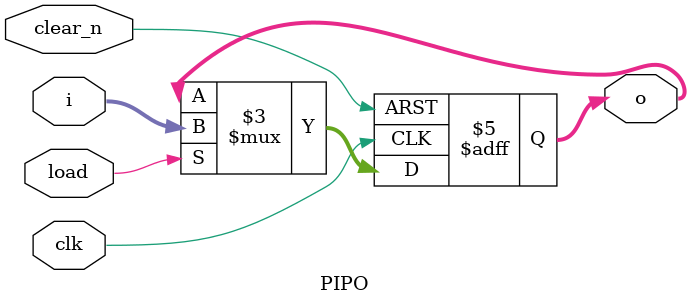
<source format=v>
`timescale 1ns / 1ps


module PIPO #(parameter size=4) (
    output reg [size-1:0]o,
    input clk,
    input clear_n,
    input load,
    input [size-1:0]i
    );
    always@(posedge clk or negedge clear_n)
    begin
        if(!clear_n)
            o <= 0;
        else if(load)
            o <= i;
    end
endmodule

</source>
